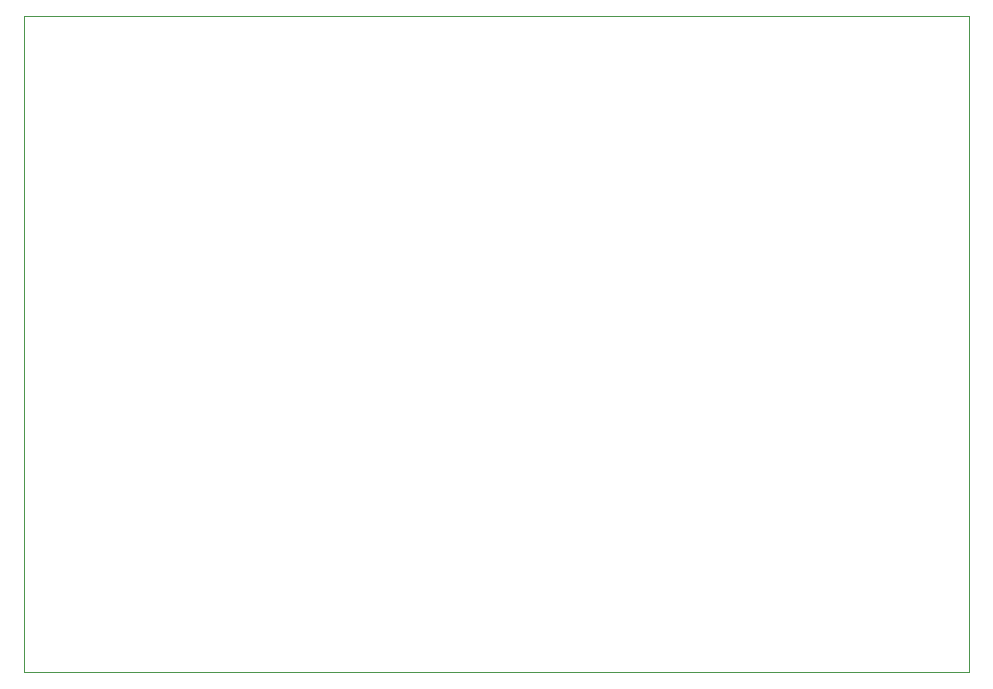
<source format=gbr>
G04 (created by PCBNEW (2013-05-31 BZR 4019)-stable) date 12.01.2015 16:56:15*
%MOIN*%
G04 Gerber Fmt 3.4, Leading zero omitted, Abs format*
%FSLAX34Y34*%
G01*
G70*
G90*
G04 APERTURE LIST*
%ADD10C,0.00590551*%
%ADD11C,0.00393701*%
G04 APERTURE END LIST*
G54D10*
G54D11*
X38937Y-46220D02*
X38937Y-68070D01*
X38937Y-46220D02*
X70433Y-46220D01*
X70433Y-68070D02*
X38937Y-68070D01*
X70433Y-46220D02*
X70433Y-68070D01*
M02*

</source>
